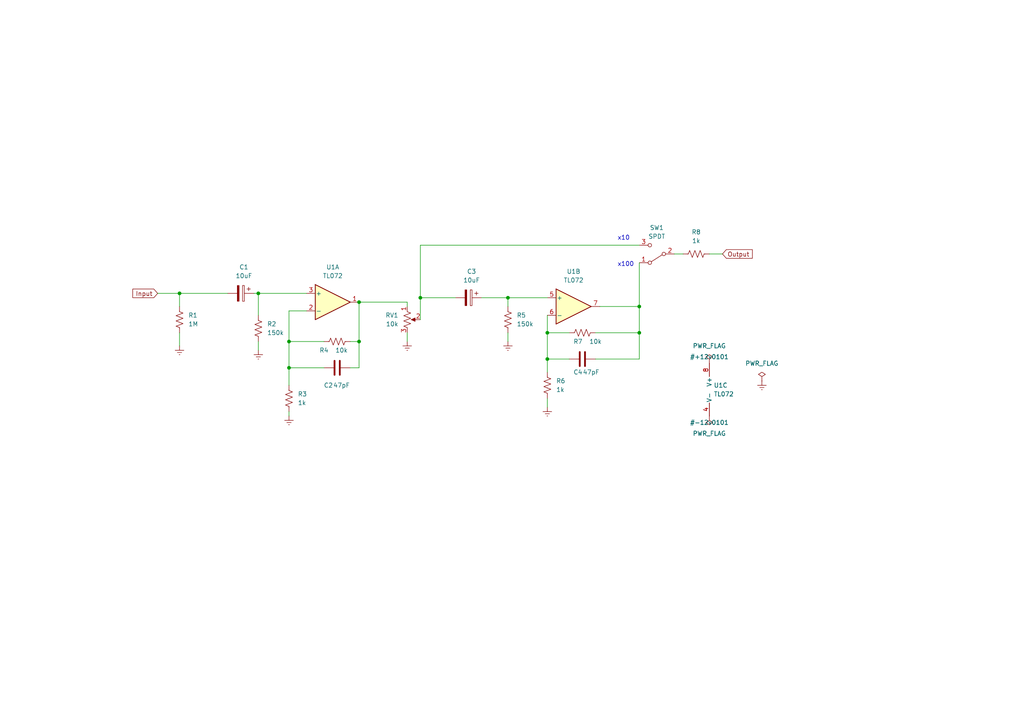
<source format=kicad_sch>
(kicad_sch (version 20211123) (generator eeschema)
  (paper "A4")
  (lib_symbols
    (symbol "Amplifier_Operational:TL072" (pin_names (offset 0.127))
      (property "Reference" "U" (at 0 5.08 0))
      (property "Value" "TL072" (at 0 -5.08 0))
      (symbol "TL072_1_1"
        (polyline (pts (xy -5.08 5.08) (xy 5.08 0) (xy -5.08 -5.08) (xy -5.08 5.08)) (stroke (width 0.254)) (fill (type background)))
        (pin output line (at 7.62 0 180) (length 2.54) (name "~") (number "1"))
        (pin input line (at -7.62 -2.54 0) (length 2.54) (name "-") (number "2"))
        (pin input line (at -7.62 2.54 0) (length 2.54) (name "+") (number "3"))
      )
      (symbol "TL072_2_1"
        (polyline (pts (xy -5.08 5.08) (xy 5.08 0) (xy -5.08 -5.08) (xy -5.08 5.08)) (stroke (width 0.254)) (fill (type background)))
        (pin input line (at -7.62 2.54 0) (length 2.54) (name "+") (number "5"))
        (pin input line (at -7.62 -2.54 0) (length 2.54) (name "-") (number "6"))
        (pin output line (at 7.62 0 180) (length 2.54) (name "~") (number "7"))
      )
      (symbol "TL072_3_1"
        (pin power_in line (at -2.54 -7.62 90) (length 3.81) (name "V-") (number "4"))
        (pin power_in line (at -2.54 7.62 270) (length 3.81) (name "V+") (number "8"))
      )
    )
    (symbol "Device:C" (pin_numbers hide) (pin_names (offset 0.254))
      (property "Reference" "C" (at 0.635 2.54 0))
      (property "Value" "C" (at 0.635 -2.54 0))
      (symbol "C_0_1"
        (polyline (pts (xy -2.032 -0.762) (xy 2.032 -0.762)) (stroke (width 0.508)))
        (polyline (pts (xy -2.032 0.762) (xy 2.032 0.762)) (stroke (width 0.508)))
      )
      (symbol "C_1_1"
        (pin passive line (at 0 3.81 270) (length 2.794) (name "~") (number "1"))
        (pin passive line (at 0 -3.81 90) (length 2.794) (name "~") (number "2"))
      )
    )
    (symbol "Device:C_Polarized" (pin_numbers hide) (pin_names (offset 0.254))
      (property "Reference" "C" (at 0.635 2.54 0))
      (property "Value" "C_Polarized" (at 0.635 -2.54 0))
      (symbol "C_Polarized_0_1"
        (rectangle (start -2.286 0.508) (end 2.286 1.016))
        (polyline (pts (xy -1.778 2.286) (xy -0.762 2.286)))
        (polyline (pts (xy -1.27 2.794) (xy -1.27 1.778)))
        (rectangle (start 2.286 -0.508) (end -2.286 -1.016) (fill (type outline)))
      )
      (symbol "C_Polarized_1_1"
        (pin passive line (at 0 3.81 270) (length 2.794) (name "~") (number "1"))
        (pin passive line (at 0 -3.81 90) (length 2.794) (name "~") (number "2"))
      )
    )
    (symbol "Device:R_Potentiometer_US" (pin_names (offset 1.016) hide)
      (property "Reference" "RV" (at -4.445 0 90))
      (property "Value" "R_Potentiometer_US" (at -2.54 0 90))
      (symbol "R_Potentiometer_US_0_1"
        (polyline (pts (xy 0 -2.286) (xy 0 -2.54)))
        (polyline (pts (xy 0 2.54) (xy 0 2.286)))
        (polyline (pts (xy 2.54 0) (xy 1.524 0)))
        (polyline (pts (xy 1.143 0) (xy 2.286 0.508) (xy 2.286 -0.508) (xy 1.143 0)) (fill (type outline)))
        (polyline (pts (xy 0 -0.762) (xy 1.016 -1.143) (xy 0 -1.524) (xy -1.016 -1.905) (xy 0 -2.286)))
        (polyline (pts (xy 0 0.762) (xy 1.016 0.381) (xy 0 0) (xy -1.016 -0.381) (xy 0 -0.762)))
        (polyline (pts (xy 0 2.286) (xy 1.016 1.905) (xy 0 1.524) (xy -1.016 1.143) (xy 0 0.762)))
      )
      (symbol "R_Potentiometer_US_1_1"
        (pin passive line (at 0 3.81 270) (length 1.27) (name "1") (number "1"))
        (pin passive line (at 3.81 0 180) (length 1.27) (name "2") (number "2"))
        (pin passive line (at 0 -3.81 90) (length 1.27) (name "3") (number "3"))
      )
    )
    (symbol "Device:R_US" (pin_numbers hide) (pin_names (offset 0))
      (property "Reference" "R" (at 2.54 0 90))
      (property "Value" "R_US" (at -2.54 0 90))
      (symbol "R_US_0_1"
        (polyline (pts (xy 0 -2.286) (xy 0 -2.54)))
        (polyline (pts (xy 0 2.286) (xy 0 2.54)))
        (polyline (pts (xy 0 -0.762) (xy 1.016 -1.143) (xy 0 -1.524) (xy -1.016 -1.905) (xy 0 -2.286)))
        (polyline (pts (xy 0 0.762) (xy 1.016 0.381) (xy 0 0) (xy -1.016 -0.381) (xy 0 -0.762)))
        (polyline (pts (xy 0 2.286) (xy 1.016 1.905) (xy 0 1.524) (xy -1.016 1.143) (xy 0 0.762)))
      )
      (symbol "R_US_1_1"
        (pin passive line (at 0 3.81 270) (length 1.27) (name "~") (number "1"))
        (pin passive line (at 0 -3.81 90) (length 1.27) (name "~") (number "2"))
      )
    )
    (symbol "Switch:SW_SPDT" (pin_names (offset 0) hide)
      (property "Reference" "SW" (at 0 4.318 0))
      (property "Value" "SW_SPDT" (at 0 -5.08 0))
      (symbol "SW_SPDT_0_0"
        (circle (center -2.032 0) (radius 0.508))
        (circle (center 2.032 -2.54) (radius 0.508))
      )
      (symbol "SW_SPDT_0_1"
        (polyline (pts (xy -1.524 0.254) (xy 1.651 2.286)))
        (circle (center 2.032 2.54) (radius 0.508))
      )
      (symbol "SW_SPDT_1_1"
        (pin passive line (at 5.08 2.54 180) (length 2.54) (name "A") (number "1"))
        (pin passive line (at -5.08 0 0) (length 2.54) (name "B") (number "2"))
        (pin passive line (at 5.08 -2.54 180) (length 2.54) (name "C") (number "3"))
      )
    )
    (symbol "power:Earth" (power) (pin_names (offset 0))
      (symbol "Earth_0_1"
        (polyline (pts (xy -0.635 -1.905) (xy 0.635 -1.905)))
        (polyline (pts (xy -0.127 -2.54) (xy 0.127 -2.54)))
        (polyline (pts (xy 0 -1.27) (xy 0 0)))
        (polyline (pts (xy 1.27 -1.27) (xy -1.27 -1.27)))
      )
      (symbol "Earth_1_1"
        (pin power_in line (at 0 0 270) (length 0) hide (name "Earth") (number "1"))
      )
    )
    (symbol "power:PWR_FLAG" (power) (pin_numbers hide) (pin_names (offset 0) hide)
      (property "Value" "PWR_FLAG" (at 0 3.81 0))
      (symbol "PWR_FLAG_0_0"
        (pin power_out line (at 0 0 90) (length 0) (name "pwr") (number "1"))
      )
      (symbol "PWR_FLAG_0_1"
        (polyline (pts (xy 0 0) (xy 0 1.27) (xy -1.016 1.905) (xy 0 2.54) (xy 1.016 1.905) (xy 0 1.27)))
      )
    )
  )
  (junction (at 83.82 106.68))
  (junction (at 104.14 87.63))
  (junction (at 147.32 86.36))
  (junction (at 83.82 99.06))
  (junction (at 185.42 88.9))
  (junction (at 158.75 104.14))
  (junction (at 52.07 85.09))
  (junction (at 158.75 96.52))
  (junction (at 74.93 85.09))
  (junction (at 104.14 99.06))
  (junction (at 121.92 86.36))
  (junction (at 185.42 96.52))
  (wire (pts (xy 83.82 99.06) (xy 83.82 90.17)))
  (wire (pts (xy 147.32 86.36) (xy 158.75 86.36)))
  (wire (pts (xy 118.11 87.63) (xy 118.11 88.9)))
  (wire (pts (xy 66.04 85.09) (xy 52.07 85.09)))
  (wire (pts (xy 147.32 96.52) (xy 147.32 99.06)))
  (wire (pts (xy 83.82 106.68) (xy 83.82 111.76)))
  (wire (pts (xy 185.42 96.52) (xy 185.42 88.9)))
  (wire (pts (xy 52.07 85.09) (xy 52.07 88.9)))
  (wire (pts (xy 104.14 106.68) (xy 104.14 99.06)))
  (wire (pts (xy 83.82 119.38) (xy 83.82 120.65)))
  (wire (pts (xy 158.75 96.52) (xy 158.75 104.14)))
  (wire (pts (xy 158.75 96.52) (xy 165.1 96.52)))
  (wire (pts (xy 104.14 99.06) (xy 101.6 99.06)))
  (wire (pts (xy 101.6 106.68) (xy 104.14 106.68)))
  (wire (pts (xy 74.93 85.09) (xy 74.93 91.44)))
  (wire (pts (xy 205.74 73.66) (xy 209.55 73.66)))
  (wire (pts (xy 173.99 88.9) (xy 185.42 88.9)))
  (wire (pts (xy 118.11 96.52) (xy 118.11 99.06)))
  (wire (pts (xy 185.42 104.14) (xy 185.42 96.52)))
  (wire (pts (xy 172.72 104.14) (xy 185.42 104.14)))
  (wire (pts (xy 185.42 88.9) (xy 185.42 76.2)))
  (wire (pts (xy 158.75 96.52) (xy 158.75 91.44)))
  (wire (pts (xy 73.66 85.09) (xy 74.93 85.09)))
  (wire (pts (xy 158.75 104.14) (xy 158.75 107.95)))
  (wire (pts (xy 52.07 96.52) (xy 52.07 100.33)))
  (wire (pts (xy 104.14 87.63) (xy 104.14 99.06)))
  (wire (pts (xy 93.98 99.06) (xy 83.82 99.06)))
  (wire (pts (xy 147.32 86.36) (xy 147.32 88.9)))
  (wire (pts (xy 83.82 90.17) (xy 88.9 90.17)))
  (wire (pts (xy 158.75 118.11) (xy 158.75 115.57)))
  (wire (pts (xy 121.92 92.71) (xy 121.92 86.36)))
  (wire (pts (xy 139.7 86.36) (xy 147.32 86.36)))
  (wire (pts (xy 121.92 86.36) (xy 121.92 71.12)))
  (wire (pts (xy 195.58 73.66) (xy 198.12 73.66)))
  (wire (pts (xy 121.92 71.12) (xy 185.42 71.12)))
  (wire (pts (xy 83.82 99.06) (xy 83.82 106.68)))
  (wire (pts (xy 74.93 85.09) (xy 88.9 85.09)))
  (wire (pts (xy 158.75 104.14) (xy 165.1 104.14)))
  (wire (pts (xy 104.14 87.63) (xy 118.11 87.63)))
  (wire (pts (xy 121.92 86.36) (xy 132.08 86.36)))
  (wire (pts (xy 83.82 106.68) (xy 93.98 106.68)))
  (wire (pts (xy 52.07 85.09) (xy 45.72 85.09)))
  (wire (pts (xy 74.93 99.06) (xy 74.93 101.6)))
  (wire (pts (xy 172.72 96.52) (xy 185.42 96.52)))
  (text "x10" (at 179.07 69.85 0) (effects (font (size 1.27 1.27)) (justify left bottom)))
  (text "x100" (at 179.07 77.47 0) (effects (font (size 1.27 1.27)) (justify left bottom)))
  (global_label "Output" (shape input) (at 209.55 73.66 0) (property "Intersheet References" "${INTERSHEET_REFS}" (effects hide)))
  (global_label "Input" (shape input) (at 45.72 85.09 180) (property "Intersheet References" "${INTERSHEET_REFS}" (effects hide)))
  (symbol (lib_id "Device:R_US") (at 74.93 95.25 0) (unit 1)
    (property "Reference" "R2" (at 77.47 93.9799 0) (effects (justify left)))
    (property "Value" "150k" (at 77.47 96.5199 0) (effects (justify left)))
  )
  (symbol (lib_id "power:Earth") (at 220.98 110.49 0) (unit 1)
    (property "Reference" "#PWR0107" (effects hide))
    (property "Value" "Earth" (effects hide))
  )
  (symbol (lib_id "Device:R_US") (at 147.32 92.71 0) (unit 1)
    (property "Reference" "R5" (at 149.86 91.4399 0) (effects (justify left)))
    (property "Value" "150k" (at 149.86 93.9799 0) (effects (justify left)))
  )
  (symbol (lib_id "Device:R_US") (at 97.79 99.06 90) (unit 1)
    (property "Reference" "R4" (at 93.98 101.6 90))
    (property "Value" "10k" (at 99.06 101.6 90))
  )
  (symbol (lib_id "Amplifier_Operational:TL072") (at 208.28 113.03 0) (unit 3)
    (property "Reference" "U1" (at 207.01 111.7599 0) (effects (justify left)))
    (property "Value" "TL072" (at 207.01 114.2999 0) (effects (justify left)))
    (property "Datasheet" "http://www.ti.com/lit/ds/symlink/tl071.pdf" (effects hide))
  )
  (symbol (lib_id "Device:R_US") (at 168.91 96.52 270) (unit 1)
    (property "Reference" "R7" (at 167.64 99.06 90))
    (property "Value" "10k" (at 172.72 99.06 90))
  )
  (symbol (lib_id "Device:C") (at 97.79 106.68 90) (unit 1)
    (property "Reference" "C2" (at 95.25 111.76 90))
    (property "Value" "47pF" (at 99.06 111.76 90))
  )
  (symbol (lib_id "Device:C_Polarized") (at 135.89 86.36 270) (unit 1)
    (property "Reference" "C3" (at 136.779 78.74 90))
    (property "Value" "10uF" (at 136.779 81.28 90))
  )
  (symbol (lib_id "power:Earth") (at 158.75 118.11 0) (unit 1)
    (property "Reference" "#PWR0106" (effects hide))
    (property "Value" "Earth" (effects hide))
  )
  (symbol (lib_id "power:PWR_FLAG") (at 220.98 110.49 0) (unit 1)
    (property "Reference" "#FLG0101" (effects hide))
    (property "Value" "PWR_FLAG" (at 220.98 105.41 0))
  )
  (symbol (lib_id "power:Earth") (at 74.93 101.6 0) (unit 1)
    (property "Reference" "#PWR0104" (effects hide))
    (property "Value" "Earth" (effects hide))
  )
  (symbol (lib_id "power:PWR_FLAG") (at 205.74 105.41 0) (unit 1)
    (property "Reference" "#+12v0101" (at 205.74 103.505 0))
    (property "Value" "PWR_FLAG" (at 205.74 100.33 0))
  )
  (symbol (lib_id "Device:R_US") (at 158.75 111.76 0) (unit 1)
    (property "Reference" "R6" (at 161.29 110.4899 0) (effects (justify left)))
    (property "Value" "1k" (at 161.29 113.03 0) (effects (justify left)))
  )
  (symbol (lib_id "Switch:SW_SPDT") (at 190.5 73.66 180) (unit 1)
    (property "Reference" "SW1" (at 190.5 66.04 0))
    (property "Value" "SPDT" (at 190.5 68.58 0))
  )
  (symbol (lib_id "power:Earth") (at 83.82 120.65 0) (unit 1)
    (property "Reference" "#PWR0103" (effects hide))
    (property "Value" "Earth" (effects hide))
  )
  (symbol (lib_id "power:Earth") (at 52.07 100.33 0) (unit 1)
    (property "Reference" "#PWR0105" (effects hide))
    (property "Value" "Earth" (effects hide))
  )
  (symbol (lib_id "Amplifier_Operational:TL072") (at 96.52 87.63 0) (unit 1)
    (property "Reference" "U1" (at 96.52 77.47 0))
    (property "Value" "TL072" (at 96.52 80.01 0))
    (property "Footprint" "Package_DIP:DIP-8-16_W7.62mm_Socket" (effects hide))
    (property "Datasheet" "http://www.ti.com/lit/ds/symlink/tl071.pdf" (effects hide))
  )
  (symbol (lib_id "Device:C_Polarized") (at 69.85 85.09 270) (unit 1)
    (property "Reference" "C1" (at 70.739 77.47 90))
    (property "Value" "10uF" (at 70.739 80.01 90))
  )
  (symbol (lib_id "Device:R_Potentiometer_US") (at 118.11 92.71 0) (unit 1)
    (property "Reference" "RV1" (at 115.57 91.4399 0) (effects (justify right)))
    (property "Value" "10k" (at 115.57 93.9799 0) (effects (justify right)))
  )
  (symbol (lib_id "power:Earth") (at 147.32 99.06 0) (unit 1)
    (property "Reference" "#PWR0102" (effects hide))
    (property "Value" "Earth" (effects hide))
  )
  (symbol (lib_id "Device:R_US") (at 83.82 115.57 0) (unit 1)
    (property "Reference" "R3" (at 86.36 114.2999 0) (effects (justify left)))
    (property "Value" "1k" (at 86.36 116.8399 0) (effects (justify left)))
  )
  (symbol (lib_id "Device:R_US") (at 201.93 73.66 90) (unit 1)
    (property "Reference" "R8" (at 201.93 67.31 90))
    (property "Value" "1k" (at 201.93 69.85 90))
  )
  (symbol (lib_id "Device:C") (at 168.91 104.14 90) (unit 1)
    (property "Reference" "C4" (at 167.64 107.95 90))
    (property "Value" "47pF" (at 171.45 107.95 90))
  )
  (symbol (lib_id "Device:R_US") (at 52.07 92.71 0) (unit 1)
    (property "Reference" "R1" (at 54.61 91.4399 0) (effects (justify left)))
    (property "Value" "1M" (at 54.61 93.9799 0) (effects (justify left)))
  )
  (symbol (lib_id "power:PWR_FLAG") (at 205.74 120.65 180) (unit 1)
    (property "Reference" "#-12v0101" (at 205.74 122.555 0))
    (property "Value" "PWR_FLAG" (at 205.74 125.73 0))
  )
  (symbol (lib_id "Amplifier_Operational:TL072") (at 166.37 88.9 0) (unit 2)
    (property "Reference" "U1" (at 166.37 78.74 0))
    (property "Value" "TL072" (at 166.37 81.28 0))
    (property "Footprint" "Package_DIP:DIP-8-16_W7.62mm_Socket" (effects hide))
    (property "Datasheet" "http://www.ti.com/lit/ds/symlink/tl071.pdf" (effects hide))
  )
  (symbol (lib_id "power:Earth") (at 118.11 99.06 0) (unit 1)
    (property "Reference" "#PWR0101" (effects hide))
    (property "Value" "Earth" (effects hide))
  )
)
</source>
